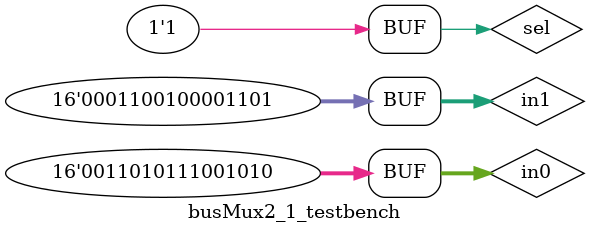
<source format=sv>
`timescale 1ns/10ps

module busMux2_1 #(parameter WIDTH = 64) (
   output logic [WIDTH - 1 : 0] out,
   input  logic [WIDTH - 1 : 0] in0,
   input  logic [WIDTH - 1 : 0] in1,
   input  logic                 sel
);

   genvar i;
   generate
      for (i = 0; i < WIDTH; i++) begin : muxes
         mux2_1 m (.out(out[i]), .in0(in0[i]), .in1(in1[i]), .sel);
      end
   endgenerate
endmodule

module busMux2_1_testbench ();
   logic [15:0] out;
   logic [15:0] in0;
   logic [15:0] in1;
   logic        sel;

   busMux2_1 #(.WIDTH(16)) dut (.out, .in0, .in1, .sel);

   initial begin
      in0  = 16'hCA35;
      in1  = 16'hE6F2;
      sel = 1'b0; #10;
      sel = 1'b1; #10;

      in0 = ~in0;
      in1 = ~in1;
      sel = 1'b0; #10;
      sel = 1'b1; #10;
   end
endmodule

</source>
